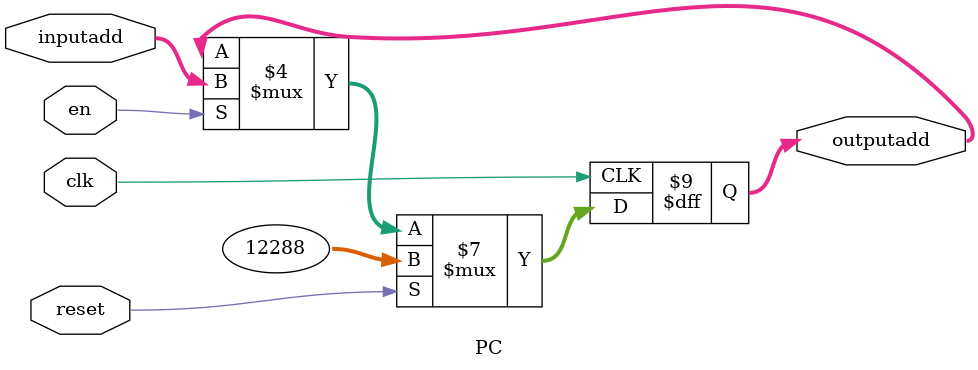
<source format=v>
`timescale 1ns / 1ps
module PC(clk,reset,inputadd,outputadd,en);
	input clk;
	input reset;
	input en;
	input [31:0]inputadd;
	output reg [31:0]outputadd;
	always @(posedge clk)begin
		if(reset==1)
			outputadd <= 32'h00003000;			
		else
			if(en==1)
				outputadd <= inputadd;
	end
endmodule

</source>
